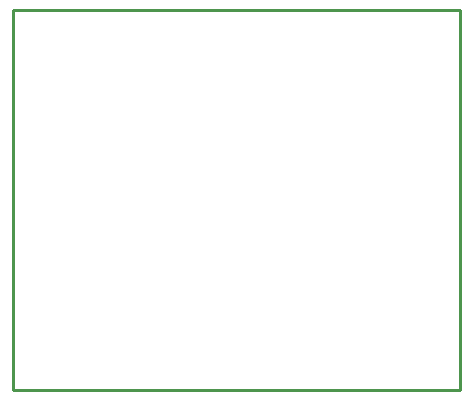
<source format=gm1>
G04*
G04 #@! TF.GenerationSoftware,Altium Limited,Altium Designer,20.1.14 (287)*
G04*
G04 Layer_Color=16711935*
%FSLAX25Y25*%
%MOIN*%
G70*
G04*
G04 #@! TF.SameCoordinates,812AF3B6-9DBB-4E22-AB82-19E7777D9F63*
G04*
G04*
G04 #@! TF.FilePolarity,Positive*
G04*
G01*
G75*
%ADD12C,0.01000*%
D12*
X323000Y232000D02*
X465000D01*
X323000Y105500D02*
Y232000D01*
Y105500D02*
X472000D01*
Y232000D01*
X465000D02*
X472000D01*
X323000D02*
X465000D01*
X323000Y105500D02*
Y232000D01*
Y105500D02*
X472000D01*
Y232000D01*
X465000D02*
X472000D01*
M02*

</source>
